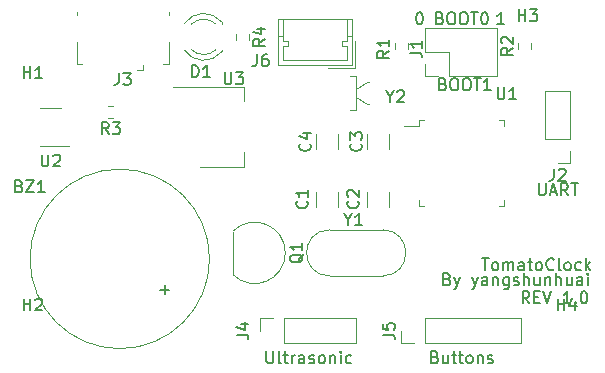
<source format=gbr>
%TF.GenerationSoftware,KiCad,Pcbnew,(5.1.10)-1*%
%TF.CreationDate,2021-12-05T19:53:51+08:00*%
%TF.ProjectId,TomatoClock,546f6d61-746f-4436-9c6f-636b2e6b6963,rev?*%
%TF.SameCoordinates,Original*%
%TF.FileFunction,Legend,Top*%
%TF.FilePolarity,Positive*%
%FSLAX46Y46*%
G04 Gerber Fmt 4.6, Leading zero omitted, Abs format (unit mm)*
G04 Created by KiCad (PCBNEW (5.1.10)-1) date 2021-12-05 19:53:51*
%MOMM*%
%LPD*%
G01*
G04 APERTURE LIST*
%ADD10C,0.150000*%
%ADD11C,0.120000*%
G04 APERTURE END LIST*
D10*
X44593142Y5897620D02*
X44259809Y6373810D01*
X44021714Y5897620D02*
X44021714Y6897620D01*
X44402666Y6897620D01*
X44497904Y6850000D01*
X44545523Y6802381D01*
X44593142Y6707143D01*
X44593142Y6564286D01*
X44545523Y6469048D01*
X44497904Y6421429D01*
X44402666Y6373810D01*
X44021714Y6373810D01*
X45021714Y6421429D02*
X45355047Y6421429D01*
X45497904Y5897620D02*
X45021714Y5897620D01*
X45021714Y6897620D01*
X45497904Y6897620D01*
X45783619Y6897620D02*
X46116952Y5897620D01*
X46450285Y6897620D01*
X48069333Y5897620D02*
X47497904Y5897620D01*
X47783619Y5897620D02*
X47783619Y6897620D01*
X47688380Y6754762D01*
X47593142Y6659524D01*
X47497904Y6611905D01*
X48497904Y5992858D02*
X48545523Y5945239D01*
X48497904Y5897620D01*
X48450285Y5945239D01*
X48497904Y5992858D01*
X48497904Y5897620D01*
X49164571Y6897620D02*
X49259809Y6897620D01*
X49355047Y6850000D01*
X49402666Y6802381D01*
X49450285Y6707143D01*
X49497904Y6516667D01*
X49497904Y6278572D01*
X49450285Y6088096D01*
X49402666Y5992858D01*
X49355047Y5945239D01*
X49259809Y5897620D01*
X49164571Y5897620D01*
X49069333Y5945239D01*
X49021714Y5992858D01*
X48974095Y6088096D01*
X48926476Y6278572D01*
X48926476Y6516667D01*
X48974095Y6707143D01*
X49021714Y6802381D01*
X49069333Y6850000D01*
X49164571Y6897620D01*
X40569142Y9691620D02*
X41140571Y9691620D01*
X40854857Y8691620D02*
X40854857Y9691620D01*
X41616761Y8691620D02*
X41521523Y8739239D01*
X41473904Y8786858D01*
X41426285Y8882096D01*
X41426285Y9167810D01*
X41473904Y9263048D01*
X41521523Y9310667D01*
X41616761Y9358286D01*
X41759619Y9358286D01*
X41854857Y9310667D01*
X41902476Y9263048D01*
X41950095Y9167810D01*
X41950095Y8882096D01*
X41902476Y8786858D01*
X41854857Y8739239D01*
X41759619Y8691620D01*
X41616761Y8691620D01*
X42378666Y8691620D02*
X42378666Y9358286D01*
X42378666Y9263048D02*
X42426285Y9310667D01*
X42521523Y9358286D01*
X42664380Y9358286D01*
X42759619Y9310667D01*
X42807238Y9215429D01*
X42807238Y8691620D01*
X42807238Y9215429D02*
X42854857Y9310667D01*
X42950095Y9358286D01*
X43092952Y9358286D01*
X43188190Y9310667D01*
X43235809Y9215429D01*
X43235809Y8691620D01*
X44140571Y8691620D02*
X44140571Y9215429D01*
X44092952Y9310667D01*
X43997714Y9358286D01*
X43807238Y9358286D01*
X43712000Y9310667D01*
X44140571Y8739239D02*
X44045333Y8691620D01*
X43807238Y8691620D01*
X43712000Y8739239D01*
X43664380Y8834477D01*
X43664380Y8929715D01*
X43712000Y9024953D01*
X43807238Y9072572D01*
X44045333Y9072572D01*
X44140571Y9120191D01*
X44473904Y9358286D02*
X44854857Y9358286D01*
X44616761Y9691620D02*
X44616761Y8834477D01*
X44664380Y8739239D01*
X44759619Y8691620D01*
X44854857Y8691620D01*
X45331047Y8691620D02*
X45235809Y8739239D01*
X45188190Y8786858D01*
X45140571Y8882096D01*
X45140571Y9167810D01*
X45188190Y9263048D01*
X45235809Y9310667D01*
X45331047Y9358286D01*
X45473904Y9358286D01*
X45569142Y9310667D01*
X45616761Y9263048D01*
X45664380Y9167810D01*
X45664380Y8882096D01*
X45616761Y8786858D01*
X45569142Y8739239D01*
X45473904Y8691620D01*
X45331047Y8691620D01*
X46664380Y8786858D02*
X46616761Y8739239D01*
X46473904Y8691620D01*
X46378666Y8691620D01*
X46235809Y8739239D01*
X46140571Y8834477D01*
X46092952Y8929715D01*
X46045333Y9120191D01*
X46045333Y9263048D01*
X46092952Y9453524D01*
X46140571Y9548762D01*
X46235809Y9644000D01*
X46378666Y9691620D01*
X46473904Y9691620D01*
X46616761Y9644000D01*
X46664380Y9596381D01*
X47235809Y8691620D02*
X47140571Y8739239D01*
X47092952Y8834477D01*
X47092952Y9691620D01*
X47759619Y8691620D02*
X47664380Y8739239D01*
X47616761Y8786858D01*
X47569142Y8882096D01*
X47569142Y9167810D01*
X47616761Y9263048D01*
X47664380Y9310667D01*
X47759619Y9358286D01*
X47902476Y9358286D01*
X47997714Y9310667D01*
X48045333Y9263048D01*
X48092952Y9167810D01*
X48092952Y8882096D01*
X48045333Y8786858D01*
X47997714Y8739239D01*
X47902476Y8691620D01*
X47759619Y8691620D01*
X48950095Y8739239D02*
X48854857Y8691620D01*
X48664380Y8691620D01*
X48569142Y8739239D01*
X48521523Y8786858D01*
X48473904Y8882096D01*
X48473904Y9167810D01*
X48521523Y9263048D01*
X48569142Y9310667D01*
X48664380Y9358286D01*
X48854857Y9358286D01*
X48950095Y9310667D01*
X49378666Y8691620D02*
X49378666Y9691620D01*
X49473904Y9072572D02*
X49759619Y8691620D01*
X49759619Y9358286D02*
X49378666Y8977334D01*
X37648285Y7945429D02*
X37791142Y7897810D01*
X37838761Y7850191D01*
X37886380Y7754953D01*
X37886380Y7612096D01*
X37838761Y7516858D01*
X37791142Y7469239D01*
X37695904Y7421620D01*
X37314952Y7421620D01*
X37314952Y8421620D01*
X37648285Y8421620D01*
X37743523Y8374000D01*
X37791142Y8326381D01*
X37838761Y8231143D01*
X37838761Y8135905D01*
X37791142Y8040667D01*
X37743523Y7993048D01*
X37648285Y7945429D01*
X37314952Y7945429D01*
X38219714Y8088286D02*
X38457809Y7421620D01*
X38695904Y8088286D02*
X38457809Y7421620D01*
X38362571Y7183524D01*
X38314952Y7135905D01*
X38219714Y7088286D01*
X39743523Y8088286D02*
X39981619Y7421620D01*
X40219714Y8088286D02*
X39981619Y7421620D01*
X39886380Y7183524D01*
X39838761Y7135905D01*
X39743523Y7088286D01*
X41029238Y7421620D02*
X41029238Y7945429D01*
X40981619Y8040667D01*
X40886380Y8088286D01*
X40695904Y8088286D01*
X40600666Y8040667D01*
X41029238Y7469239D02*
X40934000Y7421620D01*
X40695904Y7421620D01*
X40600666Y7469239D01*
X40553047Y7564477D01*
X40553047Y7659715D01*
X40600666Y7754953D01*
X40695904Y7802572D01*
X40934000Y7802572D01*
X41029238Y7850191D01*
X41505428Y8088286D02*
X41505428Y7421620D01*
X41505428Y7993048D02*
X41553047Y8040667D01*
X41648285Y8088286D01*
X41791142Y8088286D01*
X41886380Y8040667D01*
X41934000Y7945429D01*
X41934000Y7421620D01*
X42838761Y8088286D02*
X42838761Y7278762D01*
X42791142Y7183524D01*
X42743523Y7135905D01*
X42648285Y7088286D01*
X42505428Y7088286D01*
X42410190Y7135905D01*
X42838761Y7469239D02*
X42743523Y7421620D01*
X42553047Y7421620D01*
X42457809Y7469239D01*
X42410190Y7516858D01*
X42362571Y7612096D01*
X42362571Y7897810D01*
X42410190Y7993048D01*
X42457809Y8040667D01*
X42553047Y8088286D01*
X42743523Y8088286D01*
X42838761Y8040667D01*
X43267333Y7469239D02*
X43362571Y7421620D01*
X43553047Y7421620D01*
X43648285Y7469239D01*
X43695904Y7564477D01*
X43695904Y7612096D01*
X43648285Y7707334D01*
X43553047Y7754953D01*
X43410190Y7754953D01*
X43314952Y7802572D01*
X43267333Y7897810D01*
X43267333Y7945429D01*
X43314952Y8040667D01*
X43410190Y8088286D01*
X43553047Y8088286D01*
X43648285Y8040667D01*
X44124476Y7421620D02*
X44124476Y8421620D01*
X44553047Y7421620D02*
X44553047Y7945429D01*
X44505428Y8040667D01*
X44410190Y8088286D01*
X44267333Y8088286D01*
X44172095Y8040667D01*
X44124476Y7993048D01*
X45457809Y8088286D02*
X45457809Y7421620D01*
X45029238Y8088286D02*
X45029238Y7564477D01*
X45076857Y7469239D01*
X45172095Y7421620D01*
X45314952Y7421620D01*
X45410190Y7469239D01*
X45457809Y7516858D01*
X45934000Y8088286D02*
X45934000Y7421620D01*
X45934000Y7993048D02*
X45981619Y8040667D01*
X46076857Y8088286D01*
X46219714Y8088286D01*
X46314952Y8040667D01*
X46362571Y7945429D01*
X46362571Y7421620D01*
X46838761Y7421620D02*
X46838761Y8421620D01*
X47267333Y7421620D02*
X47267333Y7945429D01*
X47219714Y8040667D01*
X47124476Y8088286D01*
X46981619Y8088286D01*
X46886380Y8040667D01*
X46838761Y7993048D01*
X48172095Y8088286D02*
X48172095Y7421620D01*
X47743523Y8088286D02*
X47743523Y7564477D01*
X47791142Y7469239D01*
X47886380Y7421620D01*
X48029238Y7421620D01*
X48124476Y7469239D01*
X48172095Y7516858D01*
X49076857Y7421620D02*
X49076857Y7945429D01*
X49029238Y8040667D01*
X48934000Y8088286D01*
X48743523Y8088286D01*
X48648285Y8040667D01*
X49076857Y7469239D02*
X48981619Y7421620D01*
X48743523Y7421620D01*
X48648285Y7469239D01*
X48600666Y7564477D01*
X48600666Y7659715D01*
X48648285Y7754953D01*
X48743523Y7802572D01*
X48981619Y7802572D01*
X49076857Y7850191D01*
X49553047Y7421620D02*
X49553047Y8088286D01*
X49553047Y8421620D02*
X49505428Y8374000D01*
X49553047Y8326381D01*
X49600666Y8374000D01*
X49553047Y8421620D01*
X49553047Y8326381D01*
X45394761Y16041620D02*
X45394761Y15232096D01*
X45442380Y15136858D01*
X45490000Y15089239D01*
X45585238Y15041620D01*
X45775714Y15041620D01*
X45870952Y15089239D01*
X45918571Y15136858D01*
X45966190Y15232096D01*
X45966190Y16041620D01*
X46394761Y15327334D02*
X46870952Y15327334D01*
X46299523Y15041620D02*
X46632857Y16041620D01*
X46966190Y15041620D01*
X47870952Y15041620D02*
X47537619Y15517810D01*
X47299523Y15041620D02*
X47299523Y16041620D01*
X47680476Y16041620D01*
X47775714Y15994000D01*
X47823333Y15946381D01*
X47870952Y15851143D01*
X47870952Y15708286D01*
X47823333Y15613048D01*
X47775714Y15565429D01*
X47680476Y15517810D01*
X47299523Y15517810D01*
X48156666Y16041620D02*
X48728095Y16041620D01*
X48442380Y15041620D02*
X48442380Y16041620D01*
X22336571Y1817620D02*
X22336571Y1008096D01*
X22384190Y912858D01*
X22431809Y865239D01*
X22527047Y817620D01*
X22717523Y817620D01*
X22812761Y865239D01*
X22860380Y912858D01*
X22908000Y1008096D01*
X22908000Y1817620D01*
X23527047Y817620D02*
X23431809Y865239D01*
X23384190Y960477D01*
X23384190Y1817620D01*
X23765142Y1484286D02*
X24146095Y1484286D01*
X23908000Y1817620D02*
X23908000Y960477D01*
X23955619Y865239D01*
X24050857Y817620D01*
X24146095Y817620D01*
X24479428Y817620D02*
X24479428Y1484286D01*
X24479428Y1293810D02*
X24527047Y1389048D01*
X24574666Y1436667D01*
X24669904Y1484286D01*
X24765142Y1484286D01*
X25527047Y817620D02*
X25527047Y1341429D01*
X25479428Y1436667D01*
X25384190Y1484286D01*
X25193714Y1484286D01*
X25098476Y1436667D01*
X25527047Y865239D02*
X25431809Y817620D01*
X25193714Y817620D01*
X25098476Y865239D01*
X25050857Y960477D01*
X25050857Y1055715D01*
X25098476Y1150953D01*
X25193714Y1198572D01*
X25431809Y1198572D01*
X25527047Y1246191D01*
X25955619Y865239D02*
X26050857Y817620D01*
X26241333Y817620D01*
X26336571Y865239D01*
X26384190Y960477D01*
X26384190Y1008096D01*
X26336571Y1103334D01*
X26241333Y1150953D01*
X26098476Y1150953D01*
X26003238Y1198572D01*
X25955619Y1293810D01*
X25955619Y1341429D01*
X26003238Y1436667D01*
X26098476Y1484286D01*
X26241333Y1484286D01*
X26336571Y1436667D01*
X26955619Y817620D02*
X26860380Y865239D01*
X26812761Y912858D01*
X26765142Y1008096D01*
X26765142Y1293810D01*
X26812761Y1389048D01*
X26860380Y1436667D01*
X26955619Y1484286D01*
X27098476Y1484286D01*
X27193714Y1436667D01*
X27241333Y1389048D01*
X27288952Y1293810D01*
X27288952Y1008096D01*
X27241333Y912858D01*
X27193714Y865239D01*
X27098476Y817620D01*
X26955619Y817620D01*
X27717523Y1484286D02*
X27717523Y817620D01*
X27717523Y1389048D02*
X27765142Y1436667D01*
X27860380Y1484286D01*
X28003238Y1484286D01*
X28098476Y1436667D01*
X28146095Y1341429D01*
X28146095Y817620D01*
X28622285Y817620D02*
X28622285Y1484286D01*
X28622285Y1817620D02*
X28574666Y1770000D01*
X28622285Y1722381D01*
X28669904Y1770000D01*
X28622285Y1817620D01*
X28622285Y1722381D01*
X29527047Y865239D02*
X29431809Y817620D01*
X29241333Y817620D01*
X29146095Y865239D01*
X29098476Y912858D01*
X29050857Y1008096D01*
X29050857Y1293810D01*
X29098476Y1389048D01*
X29146095Y1436667D01*
X29241333Y1484286D01*
X29431809Y1484286D01*
X29527047Y1436667D01*
X36600095Y1341429D02*
X36742952Y1293810D01*
X36790571Y1246191D01*
X36838190Y1150953D01*
X36838190Y1008096D01*
X36790571Y912858D01*
X36742952Y865239D01*
X36647714Y817620D01*
X36266761Y817620D01*
X36266761Y1817620D01*
X36600095Y1817620D01*
X36695333Y1770000D01*
X36742952Y1722381D01*
X36790571Y1627143D01*
X36790571Y1531905D01*
X36742952Y1436667D01*
X36695333Y1389048D01*
X36600095Y1341429D01*
X36266761Y1341429D01*
X37695333Y1484286D02*
X37695333Y817620D01*
X37266761Y1484286D02*
X37266761Y960477D01*
X37314380Y865239D01*
X37409619Y817620D01*
X37552476Y817620D01*
X37647714Y865239D01*
X37695333Y912858D01*
X38028666Y1484286D02*
X38409619Y1484286D01*
X38171523Y1817620D02*
X38171523Y960477D01*
X38219142Y865239D01*
X38314380Y817620D01*
X38409619Y817620D01*
X38600095Y1484286D02*
X38981047Y1484286D01*
X38742952Y1817620D02*
X38742952Y960477D01*
X38790571Y865239D01*
X38885809Y817620D01*
X38981047Y817620D01*
X39457238Y817620D02*
X39362000Y865239D01*
X39314380Y912858D01*
X39266761Y1008096D01*
X39266761Y1293810D01*
X39314380Y1389048D01*
X39362000Y1436667D01*
X39457238Y1484286D01*
X39600095Y1484286D01*
X39695333Y1436667D01*
X39742952Y1389048D01*
X39790571Y1293810D01*
X39790571Y1008096D01*
X39742952Y912858D01*
X39695333Y865239D01*
X39600095Y817620D01*
X39457238Y817620D01*
X40219142Y1484286D02*
X40219142Y817620D01*
X40219142Y1389048D02*
X40266761Y1436667D01*
X40362000Y1484286D01*
X40504857Y1484286D01*
X40600095Y1436667D01*
X40647714Y1341429D01*
X40647714Y817620D01*
X41076285Y865239D02*
X41171523Y817620D01*
X41362000Y817620D01*
X41457238Y865239D01*
X41504857Y960477D01*
X41504857Y1008096D01*
X41457238Y1103334D01*
X41362000Y1150953D01*
X41219142Y1150953D01*
X41123904Y1198572D01*
X41076285Y1293810D01*
X41076285Y1341429D01*
X41123904Y1436667D01*
X41219142Y1484286D01*
X41362000Y1484286D01*
X41457238Y1436667D01*
X37282666Y24455429D02*
X37425523Y24407810D01*
X37473142Y24360191D01*
X37520761Y24264953D01*
X37520761Y24122096D01*
X37473142Y24026858D01*
X37425523Y23979239D01*
X37330285Y23931620D01*
X36949333Y23931620D01*
X36949333Y24931620D01*
X37282666Y24931620D01*
X37377904Y24884000D01*
X37425523Y24836381D01*
X37473142Y24741143D01*
X37473142Y24645905D01*
X37425523Y24550667D01*
X37377904Y24503048D01*
X37282666Y24455429D01*
X36949333Y24455429D01*
X38139809Y24931620D02*
X38330285Y24931620D01*
X38425523Y24884000D01*
X38520761Y24788762D01*
X38568380Y24598286D01*
X38568380Y24264953D01*
X38520761Y24074477D01*
X38425523Y23979239D01*
X38330285Y23931620D01*
X38139809Y23931620D01*
X38044571Y23979239D01*
X37949333Y24074477D01*
X37901714Y24264953D01*
X37901714Y24598286D01*
X37949333Y24788762D01*
X38044571Y24884000D01*
X38139809Y24931620D01*
X39187428Y24931620D02*
X39377904Y24931620D01*
X39473142Y24884000D01*
X39568380Y24788762D01*
X39616000Y24598286D01*
X39616000Y24264953D01*
X39568380Y24074477D01*
X39473142Y23979239D01*
X39377904Y23931620D01*
X39187428Y23931620D01*
X39092190Y23979239D01*
X38996952Y24074477D01*
X38949333Y24264953D01*
X38949333Y24598286D01*
X38996952Y24788762D01*
X39092190Y24884000D01*
X39187428Y24931620D01*
X39901714Y24931620D02*
X40473142Y24931620D01*
X40187428Y23931620D02*
X40187428Y24931620D01*
X41330285Y23931620D02*
X40758857Y23931620D01*
X41044571Y23931620D02*
X41044571Y24931620D01*
X40949333Y24788762D01*
X40854095Y24693524D01*
X40758857Y24645905D01*
X37028666Y30043429D02*
X37171523Y29995810D01*
X37219142Y29948191D01*
X37266761Y29852953D01*
X37266761Y29710096D01*
X37219142Y29614858D01*
X37171523Y29567239D01*
X37076285Y29519620D01*
X36695333Y29519620D01*
X36695333Y30519620D01*
X37028666Y30519620D01*
X37123904Y30472000D01*
X37171523Y30424381D01*
X37219142Y30329143D01*
X37219142Y30233905D01*
X37171523Y30138667D01*
X37123904Y30091048D01*
X37028666Y30043429D01*
X36695333Y30043429D01*
X37885809Y30519620D02*
X38076285Y30519620D01*
X38171523Y30472000D01*
X38266761Y30376762D01*
X38314380Y30186286D01*
X38314380Y29852953D01*
X38266761Y29662477D01*
X38171523Y29567239D01*
X38076285Y29519620D01*
X37885809Y29519620D01*
X37790571Y29567239D01*
X37695333Y29662477D01*
X37647714Y29852953D01*
X37647714Y30186286D01*
X37695333Y30376762D01*
X37790571Y30472000D01*
X37885809Y30519620D01*
X38933428Y30519620D02*
X39123904Y30519620D01*
X39219142Y30472000D01*
X39314380Y30376762D01*
X39362000Y30186286D01*
X39362000Y29852953D01*
X39314380Y29662477D01*
X39219142Y29567239D01*
X39123904Y29519620D01*
X38933428Y29519620D01*
X38838190Y29567239D01*
X38742952Y29662477D01*
X38695333Y29852953D01*
X38695333Y30186286D01*
X38742952Y30376762D01*
X38838190Y30472000D01*
X38933428Y30519620D01*
X39647714Y30519620D02*
X40219142Y30519620D01*
X39933428Y29519620D02*
X39933428Y30519620D01*
X40742952Y30519620D02*
X40838190Y30519620D01*
X40933428Y30472000D01*
X40981047Y30424381D01*
X41028666Y30329143D01*
X41076285Y30138667D01*
X41076285Y29900572D01*
X41028666Y29710096D01*
X40981047Y29614858D01*
X40933428Y29567239D01*
X40838190Y29519620D01*
X40742952Y29519620D01*
X40647714Y29567239D01*
X40600095Y29614858D01*
X40552476Y29710096D01*
X40504857Y29900572D01*
X40504857Y30138667D01*
X40552476Y30329143D01*
X40600095Y30424381D01*
X40647714Y30472000D01*
X40742952Y30519620D01*
X42449714Y29519620D02*
X41878285Y29519620D01*
X42164000Y29519620D02*
X42164000Y30519620D01*
X42068761Y30376762D01*
X41973523Y30281524D01*
X41878285Y30233905D01*
X35258380Y30519620D02*
X35353619Y30519620D01*
X35448857Y30472000D01*
X35496476Y30424381D01*
X35544095Y30329143D01*
X35591714Y30138667D01*
X35591714Y29900572D01*
X35544095Y29710096D01*
X35496476Y29614858D01*
X35448857Y29567239D01*
X35353619Y29519620D01*
X35258380Y29519620D01*
X35163142Y29567239D01*
X35115523Y29614858D01*
X35067904Y29710096D01*
X35020285Y29900572D01*
X35020285Y30138667D01*
X35067904Y30329143D01*
X35115523Y30424381D01*
X35163142Y30472000D01*
X35258380Y30519620D01*
D11*
%TO.C,C3*%
X32670000Y20207000D02*
X32670000Y18949000D01*
X30830000Y20207000D02*
X30830000Y18949000D01*
%TO.C,J6*%
X23722000Y28086000D02*
X23722000Y29946000D01*
X24122000Y28086000D02*
X23722000Y28086000D01*
X24122000Y27686000D02*
X24122000Y28086000D01*
X23722000Y27686000D02*
X24122000Y27686000D01*
X23722000Y26476000D02*
X23722000Y27686000D01*
X26432000Y26476000D02*
X23722000Y26476000D01*
X29142000Y28086000D02*
X29142000Y29946000D01*
X28742000Y28086000D02*
X29142000Y28086000D01*
X28742000Y27686000D02*
X28742000Y28086000D01*
X29142000Y27686000D02*
X28742000Y27686000D01*
X29142000Y26476000D02*
X29142000Y27686000D01*
X26432000Y26476000D02*
X29142000Y26476000D01*
X23322000Y28486000D02*
X23722000Y28486000D01*
X29542000Y28486000D02*
X29142000Y28486000D01*
X29842000Y25776000D02*
X29842000Y28076000D01*
X27542000Y25776000D02*
X29842000Y25776000D01*
X23322000Y26076000D02*
X29542000Y26076000D01*
X23322000Y29946000D02*
X23322000Y26076000D01*
X29542000Y29946000D02*
X23322000Y29946000D01*
X29542000Y26076000D02*
X29542000Y29946000D01*
%TO.C,J4*%
X21800000Y3556000D02*
X21800000Y4616000D01*
X21800000Y4616000D02*
X22860000Y4616000D01*
X23860000Y4616000D02*
X29920000Y4616000D01*
X29920000Y2496000D02*
X29920000Y4616000D01*
X23860000Y2496000D02*
X29920000Y2496000D01*
X23860000Y2496000D02*
X23860000Y4616000D01*
%TO.C,J1*%
X41890000Y25102000D02*
X41890000Y29222000D01*
X37830000Y25102000D02*
X41890000Y25102000D01*
X35770000Y29222000D02*
X41890000Y29222000D01*
X37830000Y25102000D02*
X37830000Y27162000D01*
X37830000Y27162000D02*
X35770000Y27162000D01*
X35770000Y27162000D02*
X35770000Y29222000D01*
X36830000Y25102000D02*
X35770000Y25102000D01*
X35770000Y25102000D02*
X35770000Y26162000D01*
%TO.C,Y2*%
X29450000Y25138000D02*
X29950000Y25138000D01*
X29950000Y25138000D02*
X29950000Y22238000D01*
X29950000Y22238000D02*
X29450000Y22238000D01*
X29950000Y24038000D02*
X30850000Y24638000D01*
X30850000Y24638000D02*
X31050000Y24638000D01*
X29950000Y23338000D02*
X30850000Y22738000D01*
X30850000Y22738000D02*
X31050000Y22738000D01*
%TO.C,Y1*%
X27682000Y12110000D02*
X32182000Y12110000D01*
X27682000Y8210000D02*
X32182000Y8210000D01*
X32182000Y8210000D02*
G75*
G03*
X32182000Y12110000I0J1950000D01*
G01*
X27682000Y8210000D02*
G75*
G02*
X27682000Y12110000I0J1950000D01*
G01*
%TO.C,U3*%
X20452000Y17418000D02*
X20452000Y18678000D01*
X20452000Y24238000D02*
X20452000Y22978000D01*
X16692000Y17418000D02*
X20452000Y17418000D01*
X14442000Y24238000D02*
X20452000Y24238000D01*
%TO.C,U2*%
X4964000Y22438000D02*
X3164000Y22438000D01*
X3164000Y19218000D02*
X5614000Y19218000D01*
%TO.C,U1*%
X42022000Y14170000D02*
X42472000Y14170000D01*
X42472000Y14170000D02*
X42472000Y14620000D01*
X35702000Y14170000D02*
X35252000Y14170000D01*
X35252000Y14170000D02*
X35252000Y14620000D01*
X42022000Y21390000D02*
X42472000Y21390000D01*
X42472000Y21390000D02*
X42472000Y20940000D01*
X35702000Y21390000D02*
X35252000Y21390000D01*
X35252000Y21390000D02*
X35252000Y20940000D01*
X35252000Y20940000D02*
X33962000Y20940000D01*
%TO.C,R4*%
X20842500Y28685258D02*
X20842500Y28210742D01*
X19797500Y28685258D02*
X19797500Y28210742D01*
%TO.C,R3*%
X9381258Y21575500D02*
X8906742Y21575500D01*
X9381258Y22620500D02*
X8906742Y22620500D01*
%TO.C,R2*%
X43673500Y27448742D02*
X43673500Y27923258D01*
X44718500Y27448742D02*
X44718500Y27923258D01*
%TO.C,R1*%
X34304500Y27923258D02*
X34304500Y27448742D01*
X33259500Y27923258D02*
X33259500Y27448742D01*
%TO.C,Q1*%
X19486000Y11960000D02*
X19486000Y8360000D01*
X19497522Y8321522D02*
G75*
G03*
X23936000Y10160000I1838478J1838478D01*
G01*
X19497522Y11998478D02*
G75*
G02*
X23936000Y10160000I1838478J-1838478D01*
G01*
%TO.C,J5*%
X43858000Y2496000D02*
X43858000Y4616000D01*
X35798000Y2496000D02*
X43858000Y2496000D01*
X35798000Y4616000D02*
X43858000Y4616000D01*
X35798000Y2496000D02*
X35798000Y4616000D01*
X34798000Y2496000D02*
X33738000Y2496000D01*
X33738000Y2496000D02*
X33738000Y3556000D01*
%TO.C,J3*%
X14060000Y26177500D02*
X13610000Y26177500D01*
X14060000Y28027500D02*
X14060000Y26177500D01*
X6260000Y30577500D02*
X6260000Y30327500D01*
X14060000Y30577500D02*
X14060000Y30327500D01*
X6260000Y28027500D02*
X6260000Y26177500D01*
X6260000Y26177500D02*
X6710000Y26177500D01*
X11860000Y25627500D02*
X11410000Y25627500D01*
X11860000Y25627500D02*
X11860000Y26077500D01*
%TO.C,J2*%
X48050000Y23856000D02*
X45930000Y23856000D01*
X48050000Y19796000D02*
X48050000Y23856000D01*
X45930000Y19796000D02*
X45930000Y23856000D01*
X48050000Y19796000D02*
X45930000Y19796000D01*
X48050000Y18796000D02*
X48050000Y17736000D01*
X48050000Y17736000D02*
X46990000Y17736000D01*
%TO.C,D1*%
X18578000Y27212000D02*
X18578000Y27368000D01*
X18578000Y29528000D02*
X18578000Y29684000D01*
X15976870Y29527837D02*
G75*
G02*
X18058961Y29528000I1041130J-1079837D01*
G01*
X15976870Y27368163D02*
G75*
G03*
X18058961Y27368000I1041130J1079837D01*
G01*
X15345665Y29526608D02*
G75*
G02*
X18578000Y29683516I1672335J-1078608D01*
G01*
X15345665Y27369392D02*
G75*
G03*
X18578000Y27212484I1672335J1078608D01*
G01*
%TO.C,C4*%
X28352000Y20207000D02*
X28352000Y18949000D01*
X26512000Y20207000D02*
X26512000Y18949000D01*
%TO.C,C2*%
X30830000Y14083000D02*
X30830000Y15341000D01*
X32670000Y14083000D02*
X32670000Y15341000D01*
%TO.C,C1*%
X26512000Y14083000D02*
X26512000Y15341000D01*
X28352000Y14083000D02*
X28352000Y15341000D01*
%TO.C,BZ1*%
X17516000Y9652000D02*
G75*
G03*
X17516000Y9652000I-7600000J0D01*
G01*
%TO.C,C3*%
D10*
X30329142Y19411334D02*
X30376761Y19363715D01*
X30424380Y19220858D01*
X30424380Y19125620D01*
X30376761Y18982762D01*
X30281523Y18887524D01*
X30186285Y18839905D01*
X29995809Y18792286D01*
X29852952Y18792286D01*
X29662476Y18839905D01*
X29567238Y18887524D01*
X29472000Y18982762D01*
X29424380Y19125620D01*
X29424380Y19220858D01*
X29472000Y19363715D01*
X29519619Y19411334D01*
X29424380Y19744667D02*
X29424380Y20363715D01*
X29805333Y20030381D01*
X29805333Y20173239D01*
X29852952Y20268477D01*
X29900571Y20316096D01*
X29995809Y20363715D01*
X30233904Y20363715D01*
X30329142Y20316096D01*
X30376761Y20268477D01*
X30424380Y20173239D01*
X30424380Y19887524D01*
X30376761Y19792286D01*
X30329142Y19744667D01*
%TO.C,J6*%
X21510666Y26963620D02*
X21510666Y26249334D01*
X21463047Y26106477D01*
X21367809Y26011239D01*
X21224952Y25963620D01*
X21129714Y25963620D01*
X22415428Y26963620D02*
X22224952Y26963620D01*
X22129714Y26916000D01*
X22082095Y26868381D01*
X21986857Y26725524D01*
X21939238Y26535048D01*
X21939238Y26154096D01*
X21986857Y26058858D01*
X22034476Y26011239D01*
X22129714Y25963620D01*
X22320190Y25963620D01*
X22415428Y26011239D01*
X22463047Y26058858D01*
X22510666Y26154096D01*
X22510666Y26392191D01*
X22463047Y26487429D01*
X22415428Y26535048D01*
X22320190Y26582667D01*
X22129714Y26582667D01*
X22034476Y26535048D01*
X21986857Y26487429D01*
X21939238Y26392191D01*
%TO.C,H4*%
X46990095Y5287620D02*
X46990095Y6287620D01*
X46990095Y5811429D02*
X47561523Y5811429D01*
X47561523Y5287620D02*
X47561523Y6287620D01*
X48466285Y5954286D02*
X48466285Y5287620D01*
X48228190Y6335239D02*
X47990095Y5620953D01*
X48609142Y5620953D01*
%TO.C,H3*%
X43688095Y29773620D02*
X43688095Y30773620D01*
X43688095Y30297429D02*
X44259523Y30297429D01*
X44259523Y29773620D02*
X44259523Y30773620D01*
X44640476Y30773620D02*
X45259523Y30773620D01*
X44926190Y30392667D01*
X45069047Y30392667D01*
X45164285Y30345048D01*
X45211904Y30297429D01*
X45259523Y30202191D01*
X45259523Y29964096D01*
X45211904Y29868858D01*
X45164285Y29821239D01*
X45069047Y29773620D01*
X44783333Y29773620D01*
X44688095Y29821239D01*
X44640476Y29868858D01*
%TO.C,H2*%
X1778095Y5287620D02*
X1778095Y6287620D01*
X1778095Y5811429D02*
X2349523Y5811429D01*
X2349523Y5287620D02*
X2349523Y6287620D01*
X2778095Y6192381D02*
X2825714Y6240000D01*
X2920952Y6287620D01*
X3159047Y6287620D01*
X3254285Y6240000D01*
X3301904Y6192381D01*
X3349523Y6097143D01*
X3349523Y6001905D01*
X3301904Y5859048D01*
X2730476Y5287620D01*
X3349523Y5287620D01*
%TO.C,H1*%
X1778095Y24947620D02*
X1778095Y25947620D01*
X1778095Y25471429D02*
X2349523Y25471429D01*
X2349523Y24947620D02*
X2349523Y25947620D01*
X3349523Y24947620D02*
X2778095Y24947620D01*
X3063809Y24947620D02*
X3063809Y25947620D01*
X2968571Y25804762D01*
X2873333Y25709524D01*
X2778095Y25661905D01*
%TO.C,J4*%
X19812380Y3222667D02*
X20526666Y3222667D01*
X20669523Y3175048D01*
X20764761Y3079810D01*
X20812380Y2936953D01*
X20812380Y2841715D01*
X20145714Y4127429D02*
X20812380Y4127429D01*
X19764761Y3889334D02*
X20479047Y3651239D01*
X20479047Y4270286D01*
%TO.C,J1*%
X34504380Y27098667D02*
X35218666Y27098667D01*
X35361523Y27051048D01*
X35456761Y26955810D01*
X35504380Y26812953D01*
X35504380Y26717715D01*
X35504380Y28098667D02*
X35504380Y27527239D01*
X35504380Y27812953D02*
X34504380Y27812953D01*
X34647238Y27717715D01*
X34742476Y27622477D01*
X34790095Y27527239D01*
%TO.C,Y2*%
X32797809Y23391810D02*
X32797809Y22915620D01*
X32464476Y23915620D02*
X32797809Y23391810D01*
X33131142Y23915620D01*
X33416857Y23820381D02*
X33464476Y23868000D01*
X33559714Y23915620D01*
X33797809Y23915620D01*
X33893047Y23868000D01*
X33940666Y23820381D01*
X33988285Y23725143D01*
X33988285Y23629905D01*
X33940666Y23487048D01*
X33369238Y22915620D01*
X33988285Y22915620D01*
%TO.C,Y1*%
X29241809Y12977810D02*
X29241809Y12501620D01*
X28908476Y13501620D02*
X29241809Y12977810D01*
X29575142Y13501620D01*
X30432285Y12501620D02*
X29860857Y12501620D01*
X30146571Y12501620D02*
X30146571Y13501620D01*
X30051333Y13358762D01*
X29956095Y13263524D01*
X29860857Y13215905D01*
%TO.C,U3*%
X18796095Y25439620D02*
X18796095Y24630096D01*
X18843714Y24534858D01*
X18891333Y24487239D01*
X18986571Y24439620D01*
X19177047Y24439620D01*
X19272285Y24487239D01*
X19319904Y24534858D01*
X19367523Y24630096D01*
X19367523Y25439620D01*
X19748476Y25439620D02*
X20367523Y25439620D01*
X20034190Y25058667D01*
X20177047Y25058667D01*
X20272285Y25011048D01*
X20319904Y24963429D01*
X20367523Y24868191D01*
X20367523Y24630096D01*
X20319904Y24534858D01*
X20272285Y24487239D01*
X20177047Y24439620D01*
X19891333Y24439620D01*
X19796095Y24487239D01*
X19748476Y24534858D01*
%TO.C,U2*%
X3302095Y18475620D02*
X3302095Y17666096D01*
X3349714Y17570858D01*
X3397333Y17523239D01*
X3492571Y17475620D01*
X3683047Y17475620D01*
X3778285Y17523239D01*
X3825904Y17570858D01*
X3873523Y17666096D01*
X3873523Y18475620D01*
X4302095Y18380381D02*
X4349714Y18428000D01*
X4444952Y18475620D01*
X4683047Y18475620D01*
X4778285Y18428000D01*
X4825904Y18380381D01*
X4873523Y18285143D01*
X4873523Y18189905D01*
X4825904Y18047048D01*
X4254476Y17475620D01*
X4873523Y17475620D01*
%TO.C,U1*%
X41910095Y24177620D02*
X41910095Y23368096D01*
X41957714Y23272858D01*
X42005333Y23225239D01*
X42100571Y23177620D01*
X42291047Y23177620D01*
X42386285Y23225239D01*
X42433904Y23272858D01*
X42481523Y23368096D01*
X42481523Y24177620D01*
X43481523Y23177620D02*
X42910095Y23177620D01*
X43195809Y23177620D02*
X43195809Y24177620D01*
X43100571Y24034762D01*
X43005333Y23939524D01*
X42910095Y23891905D01*
%TO.C,R4*%
X22202380Y28281334D02*
X21726190Y27948000D01*
X22202380Y27709905D02*
X21202380Y27709905D01*
X21202380Y28090858D01*
X21250000Y28186096D01*
X21297619Y28233715D01*
X21392857Y28281334D01*
X21535714Y28281334D01*
X21630952Y28233715D01*
X21678571Y28186096D01*
X21726190Y28090858D01*
X21726190Y27709905D01*
X21535714Y29138477D02*
X22202380Y29138477D01*
X21154761Y28900381D02*
X21869047Y28662286D01*
X21869047Y29281334D01*
%TO.C,R3*%
X8977333Y20215620D02*
X8644000Y20691810D01*
X8405904Y20215620D02*
X8405904Y21215620D01*
X8786857Y21215620D01*
X8882095Y21168000D01*
X8929714Y21120381D01*
X8977333Y21025143D01*
X8977333Y20882286D01*
X8929714Y20787048D01*
X8882095Y20739429D01*
X8786857Y20691810D01*
X8405904Y20691810D01*
X9310666Y21215620D02*
X9929714Y21215620D01*
X9596380Y20834667D01*
X9739238Y20834667D01*
X9834476Y20787048D01*
X9882095Y20739429D01*
X9929714Y20644191D01*
X9929714Y20406096D01*
X9882095Y20310858D01*
X9834476Y20263239D01*
X9739238Y20215620D01*
X9453523Y20215620D01*
X9358285Y20263239D01*
X9310666Y20310858D01*
%TO.C,R2*%
X43218380Y27519334D02*
X42742190Y27186000D01*
X43218380Y26947905D02*
X42218380Y26947905D01*
X42218380Y27328858D01*
X42266000Y27424096D01*
X42313619Y27471715D01*
X42408857Y27519334D01*
X42551714Y27519334D01*
X42646952Y27471715D01*
X42694571Y27424096D01*
X42742190Y27328858D01*
X42742190Y26947905D01*
X42313619Y27900286D02*
X42266000Y27947905D01*
X42218380Y28043143D01*
X42218380Y28281239D01*
X42266000Y28376477D01*
X42313619Y28424096D01*
X42408857Y28471715D01*
X42504095Y28471715D01*
X42646952Y28424096D01*
X43218380Y27852667D01*
X43218380Y28471715D01*
%TO.C,R1*%
X32710380Y27265334D02*
X32234190Y26932000D01*
X32710380Y26693905D02*
X31710380Y26693905D01*
X31710380Y27074858D01*
X31758000Y27170096D01*
X31805619Y27217715D01*
X31900857Y27265334D01*
X32043714Y27265334D01*
X32138952Y27217715D01*
X32186571Y27170096D01*
X32234190Y27074858D01*
X32234190Y26693905D01*
X32710380Y28217715D02*
X32710380Y27646286D01*
X32710380Y27932000D02*
X31710380Y27932000D01*
X31853238Y27836762D01*
X31948476Y27741524D01*
X31996095Y27646286D01*
%TO.C,Q1*%
X25443619Y10064762D02*
X25396000Y9969524D01*
X25300761Y9874286D01*
X25157904Y9731429D01*
X25110285Y9636191D01*
X25110285Y9540953D01*
X25348380Y9588572D02*
X25300761Y9493334D01*
X25205523Y9398096D01*
X25015047Y9350477D01*
X24681714Y9350477D01*
X24491238Y9398096D01*
X24396000Y9493334D01*
X24348380Y9588572D01*
X24348380Y9779048D01*
X24396000Y9874286D01*
X24491238Y9969524D01*
X24681714Y10017143D01*
X25015047Y10017143D01*
X25205523Y9969524D01*
X25300761Y9874286D01*
X25348380Y9779048D01*
X25348380Y9588572D01*
X25348380Y10969524D02*
X25348380Y10398096D01*
X25348380Y10683810D02*
X24348380Y10683810D01*
X24491238Y10588572D01*
X24586476Y10493334D01*
X24634095Y10398096D01*
%TO.C,J5*%
X32190380Y3222667D02*
X32904666Y3222667D01*
X33047523Y3175048D01*
X33142761Y3079810D01*
X33190380Y2936953D01*
X33190380Y2841715D01*
X32190380Y4175048D02*
X32190380Y3698858D01*
X32666571Y3651239D01*
X32618952Y3698858D01*
X32571333Y3794096D01*
X32571333Y4032191D01*
X32618952Y4127429D01*
X32666571Y4175048D01*
X32761809Y4222667D01*
X32999904Y4222667D01*
X33095142Y4175048D01*
X33142761Y4127429D01*
X33190380Y4032191D01*
X33190380Y3794096D01*
X33142761Y3698858D01*
X33095142Y3651239D01*
%TO.C,J3*%
X9826666Y25375120D02*
X9826666Y24660834D01*
X9779047Y24517977D01*
X9683809Y24422739D01*
X9540952Y24375120D01*
X9445714Y24375120D01*
X10207619Y25375120D02*
X10826666Y25375120D01*
X10493333Y24994167D01*
X10636190Y24994167D01*
X10731428Y24946548D01*
X10779047Y24898929D01*
X10826666Y24803691D01*
X10826666Y24565596D01*
X10779047Y24470358D01*
X10731428Y24422739D01*
X10636190Y24375120D01*
X10350476Y24375120D01*
X10255238Y24422739D01*
X10207619Y24470358D01*
%TO.C,J2*%
X46656666Y17283620D02*
X46656666Y16569334D01*
X46609047Y16426477D01*
X46513809Y16331239D01*
X46370952Y16283620D01*
X46275714Y16283620D01*
X47085238Y17188381D02*
X47132857Y17236000D01*
X47228095Y17283620D01*
X47466190Y17283620D01*
X47561428Y17236000D01*
X47609047Y17188381D01*
X47656666Y17093143D01*
X47656666Y16997905D01*
X47609047Y16855048D01*
X47037619Y16283620D01*
X47656666Y16283620D01*
%TO.C,D1*%
X16025904Y25035620D02*
X16025904Y26035620D01*
X16264000Y26035620D01*
X16406857Y25988000D01*
X16502095Y25892762D01*
X16549714Y25797524D01*
X16597333Y25607048D01*
X16597333Y25464191D01*
X16549714Y25273715D01*
X16502095Y25178477D01*
X16406857Y25083239D01*
X16264000Y25035620D01*
X16025904Y25035620D01*
X17549714Y25035620D02*
X16978285Y25035620D01*
X17264000Y25035620D02*
X17264000Y26035620D01*
X17168761Y25892762D01*
X17073523Y25797524D01*
X16978285Y25749905D01*
%TO.C,C4*%
X26011142Y19411334D02*
X26058761Y19363715D01*
X26106380Y19220858D01*
X26106380Y19125620D01*
X26058761Y18982762D01*
X25963523Y18887524D01*
X25868285Y18839905D01*
X25677809Y18792286D01*
X25534952Y18792286D01*
X25344476Y18839905D01*
X25249238Y18887524D01*
X25154000Y18982762D01*
X25106380Y19125620D01*
X25106380Y19220858D01*
X25154000Y19363715D01*
X25201619Y19411334D01*
X25439714Y20268477D02*
X26106380Y20268477D01*
X25058761Y20030381D02*
X25773047Y19792286D01*
X25773047Y20411334D01*
%TO.C,C2*%
X30057142Y14545334D02*
X30104761Y14497715D01*
X30152380Y14354858D01*
X30152380Y14259620D01*
X30104761Y14116762D01*
X30009523Y14021524D01*
X29914285Y13973905D01*
X29723809Y13926286D01*
X29580952Y13926286D01*
X29390476Y13973905D01*
X29295238Y14021524D01*
X29200000Y14116762D01*
X29152380Y14259620D01*
X29152380Y14354858D01*
X29200000Y14497715D01*
X29247619Y14545334D01*
X29247619Y14926286D02*
X29200000Y14973905D01*
X29152380Y15069143D01*
X29152380Y15307239D01*
X29200000Y15402477D01*
X29247619Y15450096D01*
X29342857Y15497715D01*
X29438095Y15497715D01*
X29580952Y15450096D01*
X30152380Y14878667D01*
X30152380Y15497715D01*
%TO.C,C1*%
X25739142Y14545334D02*
X25786761Y14497715D01*
X25834380Y14354858D01*
X25834380Y14259620D01*
X25786761Y14116762D01*
X25691523Y14021524D01*
X25596285Y13973905D01*
X25405809Y13926286D01*
X25262952Y13926286D01*
X25072476Y13973905D01*
X24977238Y14021524D01*
X24882000Y14116762D01*
X24834380Y14259620D01*
X24834380Y14354858D01*
X24882000Y14497715D01*
X24929619Y14545334D01*
X25834380Y15497715D02*
X25834380Y14926286D01*
X25834380Y15212000D02*
X24834380Y15212000D01*
X24977238Y15116762D01*
X25072476Y15021524D01*
X25120095Y14926286D01*
%TO.C,BZ1*%
X1405047Y15819429D02*
X1547904Y15771810D01*
X1595523Y15724191D01*
X1643142Y15628953D01*
X1643142Y15486096D01*
X1595523Y15390858D01*
X1547904Y15343239D01*
X1452666Y15295620D01*
X1071714Y15295620D01*
X1071714Y16295620D01*
X1405047Y16295620D01*
X1500285Y16248000D01*
X1547904Y16200381D01*
X1595523Y16105143D01*
X1595523Y16009905D01*
X1547904Y15914667D01*
X1500285Y15867048D01*
X1405047Y15819429D01*
X1071714Y15819429D01*
X1976476Y16295620D02*
X2643142Y16295620D01*
X1976476Y15295620D01*
X2643142Y15295620D01*
X3547904Y15295620D02*
X2976476Y15295620D01*
X3262190Y15295620D02*
X3262190Y16295620D01*
X3166952Y16152762D01*
X3071714Y16057524D01*
X2976476Y16009905D01*
X13345047Y7040572D02*
X14106952Y7040572D01*
X13726000Y6659620D02*
X13726000Y7421524D01*
%TD*%
M02*

</source>
